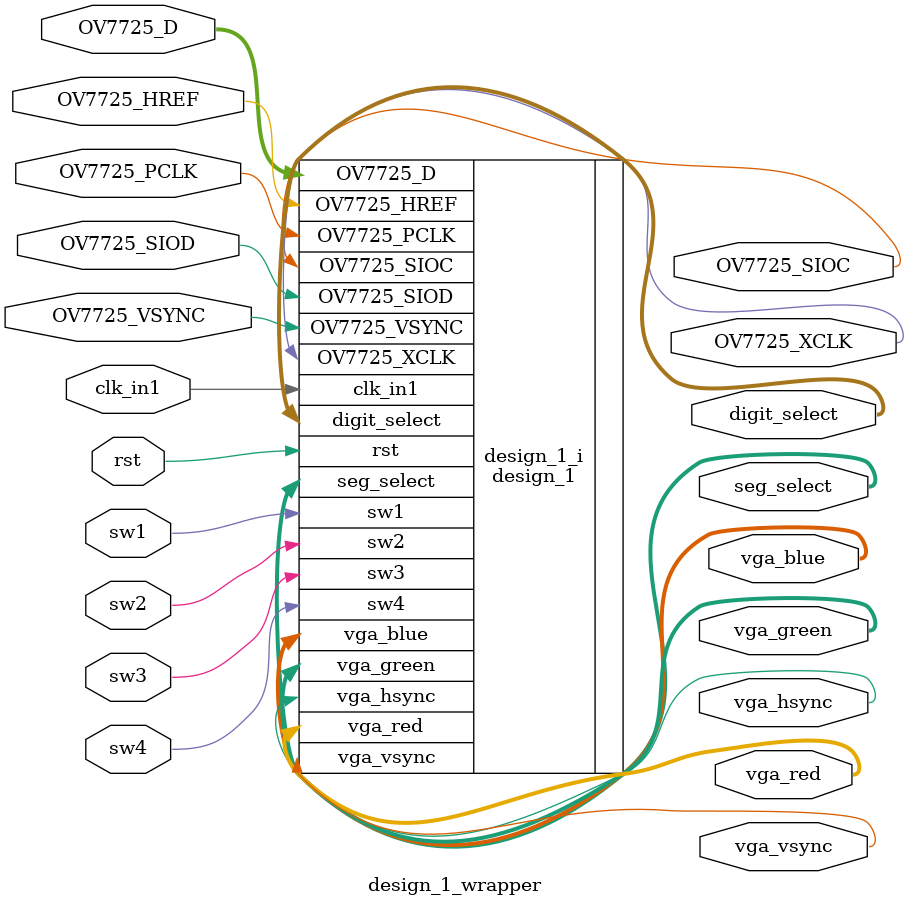
<source format=v>
`timescale 1ns / 1ps


module design_1_wrapper
   (OV7725_D,
    OV7725_HREF,
    OV7725_PCLK,
    OV7725_SIOC,
    OV7725_SIOD,
    OV7725_VSYNC,
    OV7725_XCLK,
    clk_in1,
    rst,
    sw1,
    sw2,
    sw3,
    sw4,
    vga_blue,
    vga_green,
    vga_hsync,
    vga_red,
    vga_vsync,
    seg_select,
    digit_select);
  input [7:0]OV7725_D;
  input OV7725_HREF;
  input OV7725_PCLK;
  output OV7725_SIOC;
  inout OV7725_SIOD;
  input OV7725_VSYNC;
  output OV7725_XCLK;
  input clk_in1;
  input rst,sw1,sw2,sw3,sw4;
  output [3:0]vga_blue;
  output [3:0]vga_green;
  output vga_hsync;
  output [3:0]vga_red;
  output vga_vsync;
  output wire [7:0] seg_select;
  output wire [3:0] digit_select;

  wire [7:0]OV7725_D;
  wire OV7725_HREF;
  wire OV7725_PCLK;
  wire OV7725_SIOC;
  wire OV7725_SIOD;
  wire OV7725_VSYNC;
  wire OV7725_XCLK;
  wire clk_in1;
  wire rst,sw1,sw2,sw3,sw4;
  wire [3:0]vga_blue;
  wire [3:0]vga_green;
  wire vga_hsync;
  wire [3:0]vga_red;
  wire vga_vsync;

  design_1 design_1_i
       (.OV7725_D(OV7725_D),
        .OV7725_HREF(OV7725_HREF),
        .OV7725_PCLK(OV7725_PCLK),
        .OV7725_SIOC(OV7725_SIOC),
        .OV7725_SIOD(OV7725_SIOD),
        .OV7725_VSYNC(OV7725_VSYNC),
        .OV7725_XCLK(OV7725_XCLK),
        .clk_in1(clk_in1),
        .rst(rst),
        .sw1(sw1),
        .sw2(sw2),
        .sw3(sw3),
        .sw4(sw4),
        .vga_blue(vga_blue),
        .vga_green(vga_green),
        .vga_hsync(vga_hsync),
        .vga_red(vga_red),
        .vga_vsync(vga_vsync),
        .seg_select(seg_select),
        .digit_select(digit_select));
endmodule

</source>
